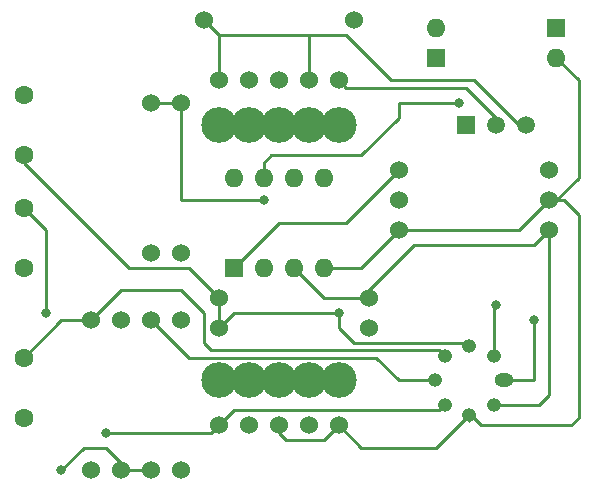
<source format=gbl>
G04 #@! TF.GenerationSoftware,KiCad,Pcbnew,(2017-12-02 revision 3109343)-master*
G04 #@! TF.CreationDate,2017-12-29T01:32:37-05:00*
G04 #@! TF.ProjectId,a9ref,61397265662E6B696361645F70636200,rev?*
G04 #@! TF.SameCoordinates,Original*
G04 #@! TF.FileFunction,Copper,L2,Bot,Signal*
G04 #@! TF.FilePolarity,Positive*
%FSLAX46Y46*%
G04 Gerber Fmt 4.6, Leading zero omitted, Abs format (unit mm)*
G04 Created by KiCad (PCBNEW (2017-12-02 revision 3109343)-master) date Fri Dec 29 01:32:37 2017*
%MOMM*%
%LPD*%
G01*
G04 APERTURE LIST*
%ADD10C,1.524000*%
%ADD11C,3.010000*%
%ADD12O,1.200000X1.200000*%
%ADD13O,1.600000X1.200000*%
%ADD14O,1.600000X1.600000*%
%ADD15R,1.600000X1.600000*%
%ADD16C,1.600000*%
%ADD17R,1.520000X1.520000*%
%ADD18C,1.520000*%
%ADD19C,0.800000*%
%ADD20C,0.250000*%
G04 APERTURE END LIST*
D10*
X144780000Y-133350000D03*
X142240000Y-133350000D03*
X139700000Y-133350000D03*
X137160000Y-133350000D03*
X134620000Y-133350000D03*
D11*
X144780000Y-137160000D03*
X142240000Y-137160000D03*
X139700000Y-137160000D03*
X137160000Y-137160000D03*
X134620000Y-137160000D03*
D10*
X134620000Y-151765000D03*
X147320000Y-151765000D03*
X147320000Y-154305000D03*
X134620000Y-154305000D03*
X128905000Y-135255000D03*
X128905000Y-147955000D03*
X123825000Y-153670000D03*
X123825000Y-166370000D03*
X162560000Y-140970000D03*
X149860000Y-140970000D03*
X149860000Y-143510000D03*
X162560000Y-143510000D03*
X131445000Y-153670000D03*
X131445000Y-166370000D03*
X146050000Y-128270000D03*
X133350000Y-128270000D03*
D12*
X157894752Y-160814752D03*
X155830000Y-161670000D03*
X153765248Y-160814752D03*
X152910000Y-158750000D03*
X153765248Y-156685248D03*
X155830000Y-155830000D03*
X157894752Y-156685248D03*
D13*
X158750000Y-158750000D03*
D14*
X135890000Y-141605000D03*
X143510000Y-149225000D03*
X138430000Y-141605000D03*
X140970000Y-149225000D03*
X140970000Y-141605000D03*
X138430000Y-149225000D03*
X143510000Y-141605000D03*
D15*
X135890000Y-149225000D03*
D16*
X118110000Y-134620000D03*
X118110000Y-139700000D03*
X118110000Y-149225000D03*
X118110000Y-144145000D03*
X118110000Y-161925000D03*
X118110000Y-156845000D03*
D10*
X128905000Y-166370000D03*
X128905000Y-153670000D03*
X131445000Y-147955000D03*
X131445000Y-135255000D03*
X126365000Y-153670000D03*
X126365000Y-166370000D03*
X162560000Y-146050000D03*
X149860000Y-146050000D03*
D11*
X144780000Y-158750000D03*
X142240000Y-158750000D03*
X139700000Y-158750000D03*
X137160000Y-158750000D03*
X134620000Y-158750000D03*
D10*
X144780000Y-162560000D03*
X142240000Y-162560000D03*
X139700000Y-162560000D03*
X137160000Y-162560000D03*
X134620000Y-162560000D03*
D17*
X155575000Y-137160000D03*
D18*
X160655000Y-137160000D03*
X158115000Y-137160000D03*
D15*
X163195000Y-128905000D03*
D14*
X153035000Y-128905000D03*
X163195000Y-131445000D03*
D15*
X153035000Y-131445000D03*
D19*
X125095000Y-163195000D03*
X144780000Y-153035000D03*
X120015000Y-153035000D03*
X121285000Y-166370000D03*
X138430000Y-143510000D03*
X161290000Y-153670000D03*
X158115000Y-152400000D03*
X154940000Y-135255000D03*
D20*
X134620000Y-162560000D02*
X133985000Y-163195000D01*
X133985000Y-163195000D02*
X125095000Y-163195000D01*
X153765248Y-160814752D02*
X153290000Y-161290000D01*
X135890000Y-161290000D02*
X134620000Y-162560000D01*
X153290000Y-161290000D02*
X135890000Y-161290000D01*
X134620000Y-151765000D02*
X132080000Y-149225000D01*
X130810000Y-149225000D02*
X127000000Y-149225000D01*
X127000000Y-149225000D02*
X118110000Y-140335000D01*
X132080000Y-149225000D02*
X130810000Y-149225000D01*
X155830000Y-155830000D02*
X155575000Y-155575000D01*
X155575000Y-155575000D02*
X146050000Y-155575000D01*
X144780000Y-154305000D02*
X144780000Y-153035000D01*
X146050000Y-155575000D02*
X144780000Y-154305000D01*
X134620000Y-154305000D02*
X135890000Y-153035000D01*
X144780000Y-153035000D02*
X135890000Y-153035000D01*
X134620000Y-151765000D02*
X134620000Y-154305000D01*
X118110000Y-140335000D02*
X118110000Y-139700000D01*
X139700000Y-162560000D02*
X139700000Y-163195000D01*
X139700000Y-163195000D02*
X140335000Y-163830000D01*
X143510000Y-163830000D02*
X144780000Y-162560000D01*
X140335000Y-163830000D02*
X143510000Y-163830000D01*
X144780000Y-162560000D02*
X146685000Y-164465000D01*
X153035000Y-164465000D02*
X155830000Y-161670000D01*
X146685000Y-164465000D02*
X153035000Y-164465000D01*
X149860000Y-146050000D02*
X146685000Y-149225000D01*
X146685000Y-149225000D02*
X143510000Y-149225000D01*
X155830000Y-161670000D02*
X155955000Y-161670000D01*
X155955000Y-161670000D02*
X156845000Y-162560000D01*
X165100000Y-144780000D02*
X163830000Y-143510000D01*
X162560000Y-143510000D02*
X163830000Y-143510000D01*
X165100000Y-161925000D02*
X165100000Y-144780000D01*
X164465000Y-162560000D02*
X165100000Y-161925000D01*
X156845000Y-162560000D02*
X164465000Y-162560000D01*
X162560000Y-143510000D02*
X163195000Y-143510000D01*
X163195000Y-143510000D02*
X165100000Y-141605000D01*
X165100000Y-133350000D02*
X163195000Y-131445000D01*
X165100000Y-141605000D02*
X165100000Y-133350000D01*
X118110000Y-144145000D02*
X120015000Y-146050000D01*
X120015000Y-146050000D02*
X120015000Y-153035000D01*
X125095000Y-164465000D02*
X123190000Y-164465000D01*
X123190000Y-164465000D02*
X121285000Y-166370000D01*
X126365000Y-165735000D02*
X125095000Y-164465000D01*
X126365000Y-166370000D02*
X126365000Y-165735000D01*
X162560000Y-143510000D02*
X160020000Y-146050000D01*
X160020000Y-146050000D02*
X149860000Y-146050000D01*
X155830000Y-161670000D02*
X155830000Y-162180000D01*
X126365000Y-166370000D02*
X128905000Y-166370000D01*
X157894752Y-160814752D02*
X161765248Y-160814752D01*
X162560000Y-160020000D02*
X162560000Y-146050000D01*
X161765248Y-160814752D02*
X162560000Y-160020000D01*
X147320000Y-151765000D02*
X143510000Y-151765000D01*
X143510000Y-151765000D02*
X140970000Y-149225000D01*
X147320000Y-151130000D02*
X151130000Y-147320000D01*
X161290000Y-147320000D02*
X151130000Y-147320000D01*
X161290000Y-147320000D02*
X162560000Y-146050000D01*
X147320000Y-151130000D02*
X147320000Y-151765000D01*
X147320000Y-151765000D02*
X147320000Y-151130000D01*
X133350000Y-155575000D02*
X133985000Y-156210000D01*
X131445000Y-151130000D02*
X133350000Y-153035000D01*
X133350000Y-153035000D02*
X133350000Y-155575000D01*
X123825000Y-153670000D02*
X126365000Y-151130000D01*
X126365000Y-151130000D02*
X131445000Y-151130000D01*
X153290000Y-156210000D02*
X153765248Y-156685248D01*
X133985000Y-156210000D02*
X153290000Y-156210000D01*
X123825000Y-153670000D02*
X121285000Y-153670000D01*
X121285000Y-153670000D02*
X118110000Y-156845000D01*
X153765248Y-156685248D02*
X153510248Y-156685248D01*
X128905000Y-153670000D02*
X132080000Y-156845000D01*
X149860000Y-158750000D02*
X152910000Y-158750000D01*
X147955000Y-156845000D02*
X149860000Y-158750000D01*
X132080000Y-156845000D02*
X147955000Y-156845000D01*
X131445000Y-143510000D02*
X138430000Y-143510000D01*
X131445000Y-143510000D02*
X131445000Y-135255000D01*
X131445000Y-135255000D02*
X128905000Y-135255000D01*
X161290000Y-158750000D02*
X161290000Y-153670000D01*
X158750000Y-158750000D02*
X161290000Y-158750000D01*
X147320000Y-133985000D02*
X145415000Y-133985000D01*
X155575000Y-133985000D02*
X147320000Y-133985000D01*
X158115000Y-136525000D02*
X155575000Y-133985000D01*
X145415000Y-133985000D02*
X144780000Y-133350000D01*
X158115000Y-137160000D02*
X158115000Y-136525000D01*
X145415000Y-145415000D02*
X139700000Y-145415000D01*
X149860000Y-140970000D02*
X145415000Y-145415000D01*
X139700000Y-145415000D02*
X135890000Y-149225000D01*
X135890000Y-149225000D02*
X135890000Y-148590000D01*
X134620000Y-133350000D02*
X134620000Y-131445000D01*
X134620000Y-131445000D02*
X134620000Y-129540000D01*
X142240000Y-133350000D02*
X142240000Y-131445000D01*
X142240000Y-131445000D02*
X142240000Y-129540000D01*
X160655000Y-137160000D02*
X160020000Y-137160000D01*
X160020000Y-137160000D02*
X156210000Y-133350000D01*
X156210000Y-133350000D02*
X149225000Y-133350000D01*
X149225000Y-133350000D02*
X145415000Y-129540000D01*
X145415000Y-129540000D02*
X142240000Y-129540000D01*
X142240000Y-129540000D02*
X134620000Y-129540000D01*
X134620000Y-129540000D02*
X133350000Y-128270000D01*
X157894752Y-156685248D02*
X157894752Y-152620248D01*
X157894752Y-152620248D02*
X158115000Y-152400000D01*
X149860000Y-135255000D02*
X149860000Y-136525000D01*
X149860000Y-135255000D02*
X154940000Y-135255000D01*
X138430000Y-140335000D02*
X138430000Y-141605000D01*
X139065000Y-139700000D02*
X138430000Y-140335000D01*
X146685000Y-139700000D02*
X139065000Y-139700000D01*
X149860000Y-136525000D02*
X146685000Y-139700000D01*
M02*

</source>
